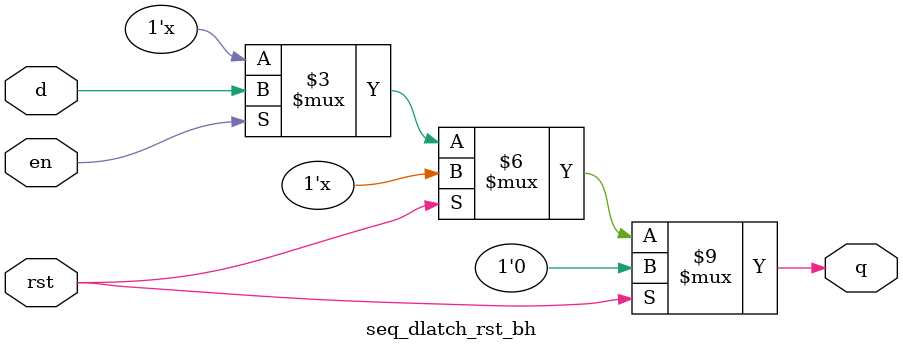
<source format=v>
`timescale 1ns / 1ps


module seq_dlatch_rst_bh(q,en,d,rst);
input en,d,rst;
output reg q;
always @(en,q,rst)
    if(rst)
    q = 1'b0;
    else if(en)
            q = d;  
endmodule

</source>
